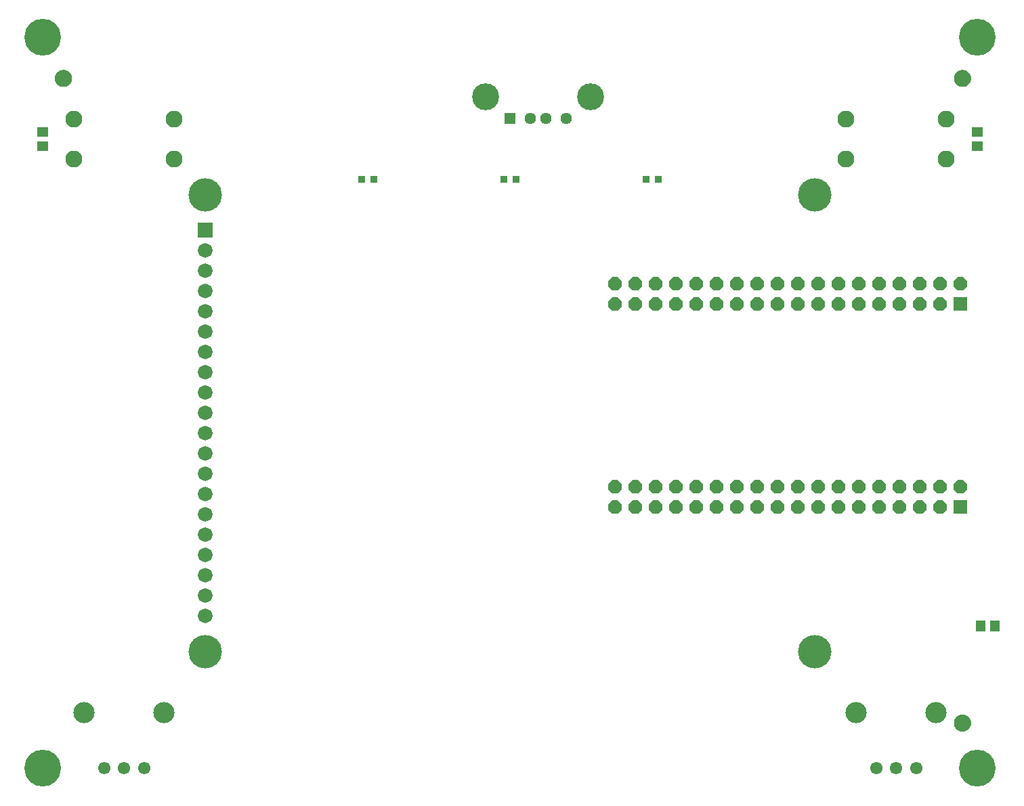
<source format=gbr>
G04 EAGLE Gerber RS-274X export*
G75*
%MOMM*%
%FSLAX34Y34*%
%LPD*%
%INSoldermask Top*%
%IPPOS*%
%AMOC8*
5,1,8,0,0,1.08239X$1,22.5*%
G01*
%ADD10C,2.112400*%
%ADD11C,1.552400*%
%ADD12C,2.652400*%
%ADD13R,1.295400X1.422400*%
%ADD14R,1.422400X1.295400*%
%ADD15R,1.440400X1.440400*%
%ADD16C,1.440400*%
%ADD17C,3.372400*%
%ADD18R,0.952400X0.952400*%
%ADD19C,0.609600*%
%ADD20C,1.168400*%
%ADD21C,4.597400*%
%ADD22R,1.676400X1.676400*%
%ADD23P,1.814519X8X202.500000*%
%ADD24R,1.828800X1.828800*%
%ADD25C,1.828800*%
%ADD26C,4.168400*%


D10*
X1180100Y863200D03*
X1180100Y813200D03*
X1055100Y813200D03*
X1055100Y863200D03*
D11*
X1092600Y50800D03*
X1117600Y50800D03*
X1142600Y50800D03*
D12*
X1067600Y120800D03*
X1167600Y120800D03*
D11*
X127400Y50800D03*
X152400Y50800D03*
X177400Y50800D03*
D12*
X102400Y120800D03*
X202400Y120800D03*
D10*
X214900Y863200D03*
X214900Y813200D03*
X89900Y813200D03*
X89900Y863200D03*
D13*
X1223010Y228600D03*
X1240790Y228600D03*
D14*
X1219200Y847090D03*
X1219200Y829310D03*
X50800Y829310D03*
X50800Y847090D03*
D15*
X635000Y863600D03*
D16*
X660000Y863600D03*
X680000Y863600D03*
X705000Y863600D03*
D17*
X604300Y890700D03*
X735700Y890700D03*
D18*
X449800Y787400D03*
X464600Y787400D03*
X627600Y787400D03*
X642400Y787400D03*
X805400Y787400D03*
X820200Y787400D03*
D19*
X68580Y914400D02*
X68582Y914587D01*
X68589Y914774D01*
X68601Y914961D01*
X68617Y915147D01*
X68637Y915333D01*
X68662Y915518D01*
X68692Y915703D01*
X68726Y915887D01*
X68765Y916070D01*
X68808Y916252D01*
X68856Y916432D01*
X68908Y916612D01*
X68965Y916790D01*
X69025Y916967D01*
X69091Y917142D01*
X69160Y917316D01*
X69234Y917488D01*
X69312Y917658D01*
X69394Y917826D01*
X69480Y917992D01*
X69570Y918156D01*
X69664Y918317D01*
X69762Y918477D01*
X69864Y918633D01*
X69970Y918788D01*
X70080Y918939D01*
X70193Y919088D01*
X70310Y919234D01*
X70430Y919377D01*
X70554Y919517D01*
X70681Y919654D01*
X70812Y919788D01*
X70946Y919919D01*
X71083Y920046D01*
X71223Y920170D01*
X71366Y920290D01*
X71512Y920407D01*
X71661Y920520D01*
X71812Y920630D01*
X71967Y920736D01*
X72123Y920838D01*
X72283Y920936D01*
X72444Y921030D01*
X72608Y921120D01*
X72774Y921206D01*
X72942Y921288D01*
X73112Y921366D01*
X73284Y921440D01*
X73458Y921509D01*
X73633Y921575D01*
X73810Y921635D01*
X73988Y921692D01*
X74168Y921744D01*
X74348Y921792D01*
X74530Y921835D01*
X74713Y921874D01*
X74897Y921908D01*
X75082Y921938D01*
X75267Y921963D01*
X75453Y921983D01*
X75639Y921999D01*
X75826Y922011D01*
X76013Y922018D01*
X76200Y922020D01*
X76387Y922018D01*
X76574Y922011D01*
X76761Y921999D01*
X76947Y921983D01*
X77133Y921963D01*
X77318Y921938D01*
X77503Y921908D01*
X77687Y921874D01*
X77870Y921835D01*
X78052Y921792D01*
X78232Y921744D01*
X78412Y921692D01*
X78590Y921635D01*
X78767Y921575D01*
X78942Y921509D01*
X79116Y921440D01*
X79288Y921366D01*
X79458Y921288D01*
X79626Y921206D01*
X79792Y921120D01*
X79956Y921030D01*
X80117Y920936D01*
X80277Y920838D01*
X80433Y920736D01*
X80588Y920630D01*
X80739Y920520D01*
X80888Y920407D01*
X81034Y920290D01*
X81177Y920170D01*
X81317Y920046D01*
X81454Y919919D01*
X81588Y919788D01*
X81719Y919654D01*
X81846Y919517D01*
X81970Y919377D01*
X82090Y919234D01*
X82207Y919088D01*
X82320Y918939D01*
X82430Y918788D01*
X82536Y918633D01*
X82638Y918477D01*
X82736Y918317D01*
X82830Y918156D01*
X82920Y917992D01*
X83006Y917826D01*
X83088Y917658D01*
X83166Y917488D01*
X83240Y917316D01*
X83309Y917142D01*
X83375Y916967D01*
X83435Y916790D01*
X83492Y916612D01*
X83544Y916432D01*
X83592Y916252D01*
X83635Y916070D01*
X83674Y915887D01*
X83708Y915703D01*
X83738Y915518D01*
X83763Y915333D01*
X83783Y915147D01*
X83799Y914961D01*
X83811Y914774D01*
X83818Y914587D01*
X83820Y914400D01*
X83818Y914213D01*
X83811Y914026D01*
X83799Y913839D01*
X83783Y913653D01*
X83763Y913467D01*
X83738Y913282D01*
X83708Y913097D01*
X83674Y912913D01*
X83635Y912730D01*
X83592Y912548D01*
X83544Y912368D01*
X83492Y912188D01*
X83435Y912010D01*
X83375Y911833D01*
X83309Y911658D01*
X83240Y911484D01*
X83166Y911312D01*
X83088Y911142D01*
X83006Y910974D01*
X82920Y910808D01*
X82830Y910644D01*
X82736Y910483D01*
X82638Y910323D01*
X82536Y910167D01*
X82430Y910012D01*
X82320Y909861D01*
X82207Y909712D01*
X82090Y909566D01*
X81970Y909423D01*
X81846Y909283D01*
X81719Y909146D01*
X81588Y909012D01*
X81454Y908881D01*
X81317Y908754D01*
X81177Y908630D01*
X81034Y908510D01*
X80888Y908393D01*
X80739Y908280D01*
X80588Y908170D01*
X80433Y908064D01*
X80277Y907962D01*
X80117Y907864D01*
X79956Y907770D01*
X79792Y907680D01*
X79626Y907594D01*
X79458Y907512D01*
X79288Y907434D01*
X79116Y907360D01*
X78942Y907291D01*
X78767Y907225D01*
X78590Y907165D01*
X78412Y907108D01*
X78232Y907056D01*
X78052Y907008D01*
X77870Y906965D01*
X77687Y906926D01*
X77503Y906892D01*
X77318Y906862D01*
X77133Y906837D01*
X76947Y906817D01*
X76761Y906801D01*
X76574Y906789D01*
X76387Y906782D01*
X76200Y906780D01*
X76013Y906782D01*
X75826Y906789D01*
X75639Y906801D01*
X75453Y906817D01*
X75267Y906837D01*
X75082Y906862D01*
X74897Y906892D01*
X74713Y906926D01*
X74530Y906965D01*
X74348Y907008D01*
X74168Y907056D01*
X73988Y907108D01*
X73810Y907165D01*
X73633Y907225D01*
X73458Y907291D01*
X73284Y907360D01*
X73112Y907434D01*
X72942Y907512D01*
X72774Y907594D01*
X72608Y907680D01*
X72444Y907770D01*
X72283Y907864D01*
X72123Y907962D01*
X71967Y908064D01*
X71812Y908170D01*
X71661Y908280D01*
X71512Y908393D01*
X71366Y908510D01*
X71223Y908630D01*
X71083Y908754D01*
X70946Y908881D01*
X70812Y909012D01*
X70681Y909146D01*
X70554Y909283D01*
X70430Y909423D01*
X70310Y909566D01*
X70193Y909712D01*
X70080Y909861D01*
X69970Y910012D01*
X69864Y910167D01*
X69762Y910323D01*
X69664Y910483D01*
X69570Y910644D01*
X69480Y910808D01*
X69394Y910974D01*
X69312Y911142D01*
X69234Y911312D01*
X69160Y911484D01*
X69091Y911658D01*
X69025Y911833D01*
X68965Y912010D01*
X68908Y912188D01*
X68856Y912368D01*
X68808Y912548D01*
X68765Y912730D01*
X68726Y912913D01*
X68692Y913097D01*
X68662Y913282D01*
X68637Y913467D01*
X68617Y913653D01*
X68601Y913839D01*
X68589Y914026D01*
X68582Y914213D01*
X68580Y914400D01*
D20*
X76200Y914400D03*
D19*
X1192530Y914400D02*
X1192532Y914587D01*
X1192539Y914774D01*
X1192551Y914961D01*
X1192567Y915147D01*
X1192587Y915333D01*
X1192612Y915518D01*
X1192642Y915703D01*
X1192676Y915887D01*
X1192715Y916070D01*
X1192758Y916252D01*
X1192806Y916432D01*
X1192858Y916612D01*
X1192915Y916790D01*
X1192975Y916967D01*
X1193041Y917142D01*
X1193110Y917316D01*
X1193184Y917488D01*
X1193262Y917658D01*
X1193344Y917826D01*
X1193430Y917992D01*
X1193520Y918156D01*
X1193614Y918317D01*
X1193712Y918477D01*
X1193814Y918633D01*
X1193920Y918788D01*
X1194030Y918939D01*
X1194143Y919088D01*
X1194260Y919234D01*
X1194380Y919377D01*
X1194504Y919517D01*
X1194631Y919654D01*
X1194762Y919788D01*
X1194896Y919919D01*
X1195033Y920046D01*
X1195173Y920170D01*
X1195316Y920290D01*
X1195462Y920407D01*
X1195611Y920520D01*
X1195762Y920630D01*
X1195917Y920736D01*
X1196073Y920838D01*
X1196233Y920936D01*
X1196394Y921030D01*
X1196558Y921120D01*
X1196724Y921206D01*
X1196892Y921288D01*
X1197062Y921366D01*
X1197234Y921440D01*
X1197408Y921509D01*
X1197583Y921575D01*
X1197760Y921635D01*
X1197938Y921692D01*
X1198118Y921744D01*
X1198298Y921792D01*
X1198480Y921835D01*
X1198663Y921874D01*
X1198847Y921908D01*
X1199032Y921938D01*
X1199217Y921963D01*
X1199403Y921983D01*
X1199589Y921999D01*
X1199776Y922011D01*
X1199963Y922018D01*
X1200150Y922020D01*
X1200337Y922018D01*
X1200524Y922011D01*
X1200711Y921999D01*
X1200897Y921983D01*
X1201083Y921963D01*
X1201268Y921938D01*
X1201453Y921908D01*
X1201637Y921874D01*
X1201820Y921835D01*
X1202002Y921792D01*
X1202182Y921744D01*
X1202362Y921692D01*
X1202540Y921635D01*
X1202717Y921575D01*
X1202892Y921509D01*
X1203066Y921440D01*
X1203238Y921366D01*
X1203408Y921288D01*
X1203576Y921206D01*
X1203742Y921120D01*
X1203906Y921030D01*
X1204067Y920936D01*
X1204227Y920838D01*
X1204383Y920736D01*
X1204538Y920630D01*
X1204689Y920520D01*
X1204838Y920407D01*
X1204984Y920290D01*
X1205127Y920170D01*
X1205267Y920046D01*
X1205404Y919919D01*
X1205538Y919788D01*
X1205669Y919654D01*
X1205796Y919517D01*
X1205920Y919377D01*
X1206040Y919234D01*
X1206157Y919088D01*
X1206270Y918939D01*
X1206380Y918788D01*
X1206486Y918633D01*
X1206588Y918477D01*
X1206686Y918317D01*
X1206780Y918156D01*
X1206870Y917992D01*
X1206956Y917826D01*
X1207038Y917658D01*
X1207116Y917488D01*
X1207190Y917316D01*
X1207259Y917142D01*
X1207325Y916967D01*
X1207385Y916790D01*
X1207442Y916612D01*
X1207494Y916432D01*
X1207542Y916252D01*
X1207585Y916070D01*
X1207624Y915887D01*
X1207658Y915703D01*
X1207688Y915518D01*
X1207713Y915333D01*
X1207733Y915147D01*
X1207749Y914961D01*
X1207761Y914774D01*
X1207768Y914587D01*
X1207770Y914400D01*
X1207768Y914213D01*
X1207761Y914026D01*
X1207749Y913839D01*
X1207733Y913653D01*
X1207713Y913467D01*
X1207688Y913282D01*
X1207658Y913097D01*
X1207624Y912913D01*
X1207585Y912730D01*
X1207542Y912548D01*
X1207494Y912368D01*
X1207442Y912188D01*
X1207385Y912010D01*
X1207325Y911833D01*
X1207259Y911658D01*
X1207190Y911484D01*
X1207116Y911312D01*
X1207038Y911142D01*
X1206956Y910974D01*
X1206870Y910808D01*
X1206780Y910644D01*
X1206686Y910483D01*
X1206588Y910323D01*
X1206486Y910167D01*
X1206380Y910012D01*
X1206270Y909861D01*
X1206157Y909712D01*
X1206040Y909566D01*
X1205920Y909423D01*
X1205796Y909283D01*
X1205669Y909146D01*
X1205538Y909012D01*
X1205404Y908881D01*
X1205267Y908754D01*
X1205127Y908630D01*
X1204984Y908510D01*
X1204838Y908393D01*
X1204689Y908280D01*
X1204538Y908170D01*
X1204383Y908064D01*
X1204227Y907962D01*
X1204067Y907864D01*
X1203906Y907770D01*
X1203742Y907680D01*
X1203576Y907594D01*
X1203408Y907512D01*
X1203238Y907434D01*
X1203066Y907360D01*
X1202892Y907291D01*
X1202717Y907225D01*
X1202540Y907165D01*
X1202362Y907108D01*
X1202182Y907056D01*
X1202002Y907008D01*
X1201820Y906965D01*
X1201637Y906926D01*
X1201453Y906892D01*
X1201268Y906862D01*
X1201083Y906837D01*
X1200897Y906817D01*
X1200711Y906801D01*
X1200524Y906789D01*
X1200337Y906782D01*
X1200150Y906780D01*
X1199963Y906782D01*
X1199776Y906789D01*
X1199589Y906801D01*
X1199403Y906817D01*
X1199217Y906837D01*
X1199032Y906862D01*
X1198847Y906892D01*
X1198663Y906926D01*
X1198480Y906965D01*
X1198298Y907008D01*
X1198118Y907056D01*
X1197938Y907108D01*
X1197760Y907165D01*
X1197583Y907225D01*
X1197408Y907291D01*
X1197234Y907360D01*
X1197062Y907434D01*
X1196892Y907512D01*
X1196724Y907594D01*
X1196558Y907680D01*
X1196394Y907770D01*
X1196233Y907864D01*
X1196073Y907962D01*
X1195917Y908064D01*
X1195762Y908170D01*
X1195611Y908280D01*
X1195462Y908393D01*
X1195316Y908510D01*
X1195173Y908630D01*
X1195033Y908754D01*
X1194896Y908881D01*
X1194762Y909012D01*
X1194631Y909146D01*
X1194504Y909283D01*
X1194380Y909423D01*
X1194260Y909566D01*
X1194143Y909712D01*
X1194030Y909861D01*
X1193920Y910012D01*
X1193814Y910167D01*
X1193712Y910323D01*
X1193614Y910483D01*
X1193520Y910644D01*
X1193430Y910808D01*
X1193344Y910974D01*
X1193262Y911142D01*
X1193184Y911312D01*
X1193110Y911484D01*
X1193041Y911658D01*
X1192975Y911833D01*
X1192915Y912010D01*
X1192858Y912188D01*
X1192806Y912368D01*
X1192758Y912548D01*
X1192715Y912730D01*
X1192676Y912913D01*
X1192642Y913097D01*
X1192612Y913282D01*
X1192587Y913467D01*
X1192567Y913653D01*
X1192551Y913839D01*
X1192539Y914026D01*
X1192532Y914213D01*
X1192530Y914400D01*
D20*
X1200150Y914400D03*
D19*
X1192530Y107950D02*
X1192532Y108137D01*
X1192539Y108324D01*
X1192551Y108511D01*
X1192567Y108697D01*
X1192587Y108883D01*
X1192612Y109068D01*
X1192642Y109253D01*
X1192676Y109437D01*
X1192715Y109620D01*
X1192758Y109802D01*
X1192806Y109982D01*
X1192858Y110162D01*
X1192915Y110340D01*
X1192975Y110517D01*
X1193041Y110692D01*
X1193110Y110866D01*
X1193184Y111038D01*
X1193262Y111208D01*
X1193344Y111376D01*
X1193430Y111542D01*
X1193520Y111706D01*
X1193614Y111867D01*
X1193712Y112027D01*
X1193814Y112183D01*
X1193920Y112338D01*
X1194030Y112489D01*
X1194143Y112638D01*
X1194260Y112784D01*
X1194380Y112927D01*
X1194504Y113067D01*
X1194631Y113204D01*
X1194762Y113338D01*
X1194896Y113469D01*
X1195033Y113596D01*
X1195173Y113720D01*
X1195316Y113840D01*
X1195462Y113957D01*
X1195611Y114070D01*
X1195762Y114180D01*
X1195917Y114286D01*
X1196073Y114388D01*
X1196233Y114486D01*
X1196394Y114580D01*
X1196558Y114670D01*
X1196724Y114756D01*
X1196892Y114838D01*
X1197062Y114916D01*
X1197234Y114990D01*
X1197408Y115059D01*
X1197583Y115125D01*
X1197760Y115185D01*
X1197938Y115242D01*
X1198118Y115294D01*
X1198298Y115342D01*
X1198480Y115385D01*
X1198663Y115424D01*
X1198847Y115458D01*
X1199032Y115488D01*
X1199217Y115513D01*
X1199403Y115533D01*
X1199589Y115549D01*
X1199776Y115561D01*
X1199963Y115568D01*
X1200150Y115570D01*
X1200337Y115568D01*
X1200524Y115561D01*
X1200711Y115549D01*
X1200897Y115533D01*
X1201083Y115513D01*
X1201268Y115488D01*
X1201453Y115458D01*
X1201637Y115424D01*
X1201820Y115385D01*
X1202002Y115342D01*
X1202182Y115294D01*
X1202362Y115242D01*
X1202540Y115185D01*
X1202717Y115125D01*
X1202892Y115059D01*
X1203066Y114990D01*
X1203238Y114916D01*
X1203408Y114838D01*
X1203576Y114756D01*
X1203742Y114670D01*
X1203906Y114580D01*
X1204067Y114486D01*
X1204227Y114388D01*
X1204383Y114286D01*
X1204538Y114180D01*
X1204689Y114070D01*
X1204838Y113957D01*
X1204984Y113840D01*
X1205127Y113720D01*
X1205267Y113596D01*
X1205404Y113469D01*
X1205538Y113338D01*
X1205669Y113204D01*
X1205796Y113067D01*
X1205920Y112927D01*
X1206040Y112784D01*
X1206157Y112638D01*
X1206270Y112489D01*
X1206380Y112338D01*
X1206486Y112183D01*
X1206588Y112027D01*
X1206686Y111867D01*
X1206780Y111706D01*
X1206870Y111542D01*
X1206956Y111376D01*
X1207038Y111208D01*
X1207116Y111038D01*
X1207190Y110866D01*
X1207259Y110692D01*
X1207325Y110517D01*
X1207385Y110340D01*
X1207442Y110162D01*
X1207494Y109982D01*
X1207542Y109802D01*
X1207585Y109620D01*
X1207624Y109437D01*
X1207658Y109253D01*
X1207688Y109068D01*
X1207713Y108883D01*
X1207733Y108697D01*
X1207749Y108511D01*
X1207761Y108324D01*
X1207768Y108137D01*
X1207770Y107950D01*
X1207768Y107763D01*
X1207761Y107576D01*
X1207749Y107389D01*
X1207733Y107203D01*
X1207713Y107017D01*
X1207688Y106832D01*
X1207658Y106647D01*
X1207624Y106463D01*
X1207585Y106280D01*
X1207542Y106098D01*
X1207494Y105918D01*
X1207442Y105738D01*
X1207385Y105560D01*
X1207325Y105383D01*
X1207259Y105208D01*
X1207190Y105034D01*
X1207116Y104862D01*
X1207038Y104692D01*
X1206956Y104524D01*
X1206870Y104358D01*
X1206780Y104194D01*
X1206686Y104033D01*
X1206588Y103873D01*
X1206486Y103717D01*
X1206380Y103562D01*
X1206270Y103411D01*
X1206157Y103262D01*
X1206040Y103116D01*
X1205920Y102973D01*
X1205796Y102833D01*
X1205669Y102696D01*
X1205538Y102562D01*
X1205404Y102431D01*
X1205267Y102304D01*
X1205127Y102180D01*
X1204984Y102060D01*
X1204838Y101943D01*
X1204689Y101830D01*
X1204538Y101720D01*
X1204383Y101614D01*
X1204227Y101512D01*
X1204067Y101414D01*
X1203906Y101320D01*
X1203742Y101230D01*
X1203576Y101144D01*
X1203408Y101062D01*
X1203238Y100984D01*
X1203066Y100910D01*
X1202892Y100841D01*
X1202717Y100775D01*
X1202540Y100715D01*
X1202362Y100658D01*
X1202182Y100606D01*
X1202002Y100558D01*
X1201820Y100515D01*
X1201637Y100476D01*
X1201453Y100442D01*
X1201268Y100412D01*
X1201083Y100387D01*
X1200897Y100367D01*
X1200711Y100351D01*
X1200524Y100339D01*
X1200337Y100332D01*
X1200150Y100330D01*
X1199963Y100332D01*
X1199776Y100339D01*
X1199589Y100351D01*
X1199403Y100367D01*
X1199217Y100387D01*
X1199032Y100412D01*
X1198847Y100442D01*
X1198663Y100476D01*
X1198480Y100515D01*
X1198298Y100558D01*
X1198118Y100606D01*
X1197938Y100658D01*
X1197760Y100715D01*
X1197583Y100775D01*
X1197408Y100841D01*
X1197234Y100910D01*
X1197062Y100984D01*
X1196892Y101062D01*
X1196724Y101144D01*
X1196558Y101230D01*
X1196394Y101320D01*
X1196233Y101414D01*
X1196073Y101512D01*
X1195917Y101614D01*
X1195762Y101720D01*
X1195611Y101830D01*
X1195462Y101943D01*
X1195316Y102060D01*
X1195173Y102180D01*
X1195033Y102304D01*
X1194896Y102431D01*
X1194762Y102562D01*
X1194631Y102696D01*
X1194504Y102833D01*
X1194380Y102973D01*
X1194260Y103116D01*
X1194143Y103262D01*
X1194030Y103411D01*
X1193920Y103562D01*
X1193814Y103717D01*
X1193712Y103873D01*
X1193614Y104033D01*
X1193520Y104194D01*
X1193430Y104358D01*
X1193344Y104524D01*
X1193262Y104692D01*
X1193184Y104862D01*
X1193110Y105034D01*
X1193041Y105208D01*
X1192975Y105383D01*
X1192915Y105560D01*
X1192858Y105738D01*
X1192806Y105918D01*
X1192758Y106098D01*
X1192715Y106280D01*
X1192676Y106463D01*
X1192642Y106647D01*
X1192612Y106832D01*
X1192587Y107017D01*
X1192567Y107203D01*
X1192551Y107389D01*
X1192539Y107576D01*
X1192532Y107763D01*
X1192530Y107950D01*
D20*
X1200150Y107950D03*
D21*
X50800Y965200D03*
X1219200Y965200D03*
X50800Y50800D03*
X1219200Y50800D03*
D22*
X1198200Y378200D03*
D23*
X1198200Y403600D03*
X1172800Y378200D03*
X1172800Y403600D03*
X1147400Y378200D03*
X1147400Y403600D03*
X1122000Y378200D03*
X1122000Y403600D03*
X1096600Y378200D03*
X1096600Y403600D03*
X1071200Y378200D03*
X1071200Y403600D03*
X1045800Y378200D03*
X1045800Y403600D03*
X1020400Y378200D03*
X1020400Y403600D03*
X995000Y378200D03*
X995000Y403600D03*
X969600Y378200D03*
X969600Y403600D03*
X944200Y378200D03*
X944200Y403600D03*
X918800Y378200D03*
X918800Y403600D03*
X893400Y378200D03*
X893400Y403600D03*
X868000Y378200D03*
X868000Y403600D03*
X842600Y378200D03*
X842600Y403600D03*
X817200Y378200D03*
X817200Y403600D03*
X791800Y378200D03*
X791800Y403600D03*
X766400Y378200D03*
X766400Y403600D03*
D22*
X1198200Y632200D03*
D23*
X1198200Y657600D03*
X1172800Y632200D03*
X1172800Y657600D03*
X1147400Y632200D03*
X1147400Y657600D03*
X1122000Y632200D03*
X1122000Y657600D03*
X1096600Y632200D03*
X1096600Y657600D03*
X1071200Y632200D03*
X1071200Y657600D03*
X1045800Y632200D03*
X1045800Y657600D03*
X1020400Y632200D03*
X1020400Y657600D03*
X995000Y632200D03*
X995000Y657600D03*
X969600Y632200D03*
X969600Y657600D03*
X944200Y632200D03*
X944200Y657600D03*
X918800Y632200D03*
X918800Y657600D03*
X893400Y632200D03*
X893400Y657600D03*
X868000Y632200D03*
X868000Y657600D03*
X842600Y632200D03*
X842600Y657600D03*
X817200Y632200D03*
X817200Y657600D03*
X791800Y632200D03*
X791800Y657600D03*
X766400Y632200D03*
X766400Y657600D03*
D24*
X254000Y723900D03*
D25*
X254000Y698500D03*
X254000Y673100D03*
X254000Y647700D03*
X254000Y622300D03*
X254000Y596900D03*
X254000Y571500D03*
X254000Y546100D03*
X254000Y520700D03*
X254000Y495300D03*
X254000Y469900D03*
X254000Y444500D03*
X254000Y419100D03*
X254000Y393700D03*
X254000Y368300D03*
X254000Y342900D03*
X254000Y317500D03*
X254000Y292100D03*
X254000Y266700D03*
X254000Y241300D03*
D26*
X254000Y768350D03*
X254000Y196850D03*
X1016000Y768350D03*
X1016000Y196850D03*
M02*

</source>
